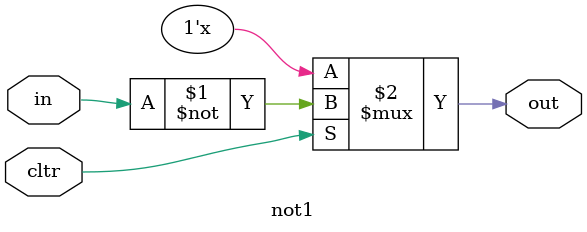
<source format=v>
`timescale 10ns/10ns
module not1(
    in,out,cltr
);
    input in,cltr;
    output out;

    notif1 #(4,6,8)(out,in,cltr);
    //rise시간 : 0,x,z 에서 1로 바뀌는데 걸리는시간
    //fall시간 : 1,x,z 에서 0으로 바뀌는데 걸리는시간
    //turn-off : 0,1  ->  z로 바꾸는데 걸리는 시간
    // gate #(delay) : rise,fall 시간이 delay값과 같음
    // gate #(rise,fall) : rise 시간과 fall 시간결정, turn_off는 둘중 작은값
    // gate #(rise,fall,turn-off)

    // (최소시간:전형적인시간:최대시간) 으로 랜덤하게 적용가능, ex: not #(1:2:4, 3:6:10)
    
endmodule
</source>
